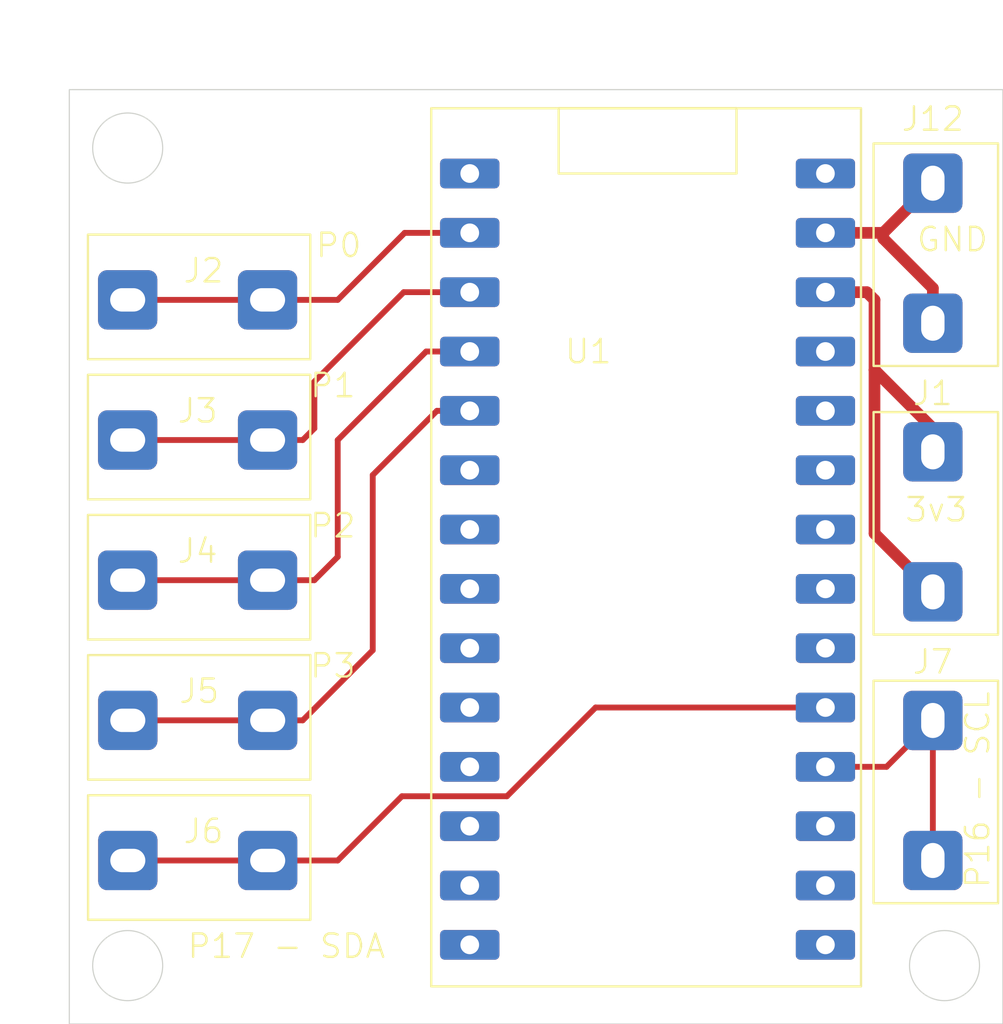
<source format=kicad_pcb>
(kicad_pcb (version 20241229) (generator "pcbnew") (generator_version "9.0")
  (layers (0 "F.Cu" signal) (2 "B.Cu" signal) (13 "F.Paste" user) (15 "B.Paste" user) (5 "F.SilkS" user "F.Silkscreen") (7 "B.SilkS" user "B.Silkscreen") (1 "F.Mask" user) (3 "B.Mask" user) (25 "Edge.Cuts" user))
  (net 0 "")
  (net 1 "Net-(J12-In)")
  (net 2 "Net-(J6-In)")
  (net 3 "Net-(J7-In)")
  (net 7 "Net-(J5-In)")
  (net 9 "Net-(J2-In)")
  (net 13 "Net-(J3-In)")
  (net 15 "Net-(J1-In)")
  (net 18 "Net-(J4-In)")
  (footprint "Teensy:Lug_Terminal" (layer "F.Cu") (at 75.2512 62.5 90)
    (property "Reference" "J3" (at 1.25 -0.2512 0) (layer "F.SilkS") (effects (font (thickness 0.1))))
    (property "Value" "~")
    (fp_rect (start -2.54 -4.953) (end 2.794 4.572) (stroke (width 0.1)) (fill no) (layer "F.SilkS"))
    (pad "1" thru_hole roundrect (at 0 -3.2512 90) (size 2.54 2.54) (drill oval 1 1.5) (layers "*.Cu" "*.Mask") (roundrect_rratio 0.15) (net 13 "Net-(J3-In)"))
    (pad "1" thru_hole roundrect (at 0 2.7432 90) (size 2.54 2.54) (drill oval 1 1.5) (layers "*.Cu" "*.Mask") (roundrect_rratio 0.15) (net 13 "Net-(J3-In)"))
  )
  (footprint "Teensy:Teensy_14pin" (layer "F.Cu") (at 91.737 58.7108)
    (property "Reference" "U1" (at 0 0 0) (layer "F.SilkS") (effects (font (thickness 0.1))))
    (property "Value" "~")
    (fp_rect (start -6.731 -10.414) (end 11.684 27.178) (stroke (width 0.1)) (fill no) (layer "F.SilkS"))
    (fp_rect (start -1.27 -10.414) (end 6.35 -7.62) (stroke (width 0.1)) (fill no) (layer "F.SilkS"))
    (pad "1" thru_hole roundrect (at -5.08 -7.62) (size 2.54 1.27) (drill 0.8) (layers "*.Cu" "*.Mask") (roundrect_rratio 0.15))
    (pad "2" thru_hole roundrect (at -5.08 -5.08) (size 2.54 1.27) (drill 0.8) (layers "*.Cu" "*.Mask") (roundrect_rratio 0.15) (net 9 "Net-(J2-In)"))
    (pad "3" thru_hole roundrect (at -5.08 -2.54) (size 2.54 1.27) (drill 0.8) (layers "*.Cu" "*.Mask") (roundrect_rratio 0.15) (net 13 "Net-(J3-In)"))
    (pad "4" thru_hole roundrect (at -5.08 0) (size 2.54 1.27) (drill 0.8) (layers "*.Cu" "*.Mask") (roundrect_rratio 0.15) (net 18 "Net-(J4-In)"))
    (pad "5" thru_hole roundrect (at -5.08 2.54) (size 2.54 1.27) (drill 0.8) (layers "*.Cu" "*.Mask") (roundrect_rratio 0.15) (net 7 "Net-(J5-In)"))
    (pad "6" thru_hole roundrect (at -5.08 5.08) (size 2.54 1.27) (drill 0.8) (layers "*.Cu" "*.Mask") (roundrect_rratio 0.15))
    (pad "7" thru_hole roundrect (at -5.08 7.62) (size 2.54 1.27) (drill 0.8) (layers "*.Cu" "*.Mask") (roundrect_rratio 0.15))
    (pad "8" thru_hole roundrect (at -5.08 10.16) (size 2.54 1.27) (drill 0.8) (layers "*.Cu" "*.Mask") (roundrect_rratio 0.15))
    (pad "9" thru_hole roundrect (at -5.08 12.7) (size 2.54 1.27) (drill 0.8) (layers "*.Cu" "*.Mask") (roundrect_rratio 0.15))
    (pad "10" thru_hole roundrect (at -5.08 15.24) (size 2.54 1.27) (drill 0.8) (layers "*.Cu" "*.Mask") (roundrect_rratio 0.15))
    (pad "11" thru_hole roundrect (at -5.08 17.78) (size 2.54 1.27) (drill 0.8) (layers "*.Cu" "*.Mask") (roundrect_rratio 0.15))
    (pad "12" thru_hole roundrect (at -5.08 20.32) (size 2.54 1.27) (drill 0.8) (layers "*.Cu" "*.Mask") (roundrect_rratio 0.15))
    (pad "13" thru_hole roundrect (at -5.08 22.86) (size 2.54 1.27) (drill 0.8) (layers "*.Cu" "*.Mask") (roundrect_rratio 0.15))
    (pad "14" thru_hole roundrect (at -5.08 25.4) (size 2.54 1.27) (drill 0.8) (layers "*.Cu" "*.Mask") (roundrect_rratio 0.15))
    (pad "15" thru_hole roundrect (at 10.16 25.4) (size 2.54 1.27) (drill 0.8) (layers "*.Cu" "*.Mask") (roundrect_rratio 0.15))
    (pad "16" thru_hole roundrect (at 10.16 22.86) (size 2.54 1.27) (drill 0.8) (layers "*.Cu" "*.Mask") (roundrect_rratio 0.15))
    (pad "17" thru_hole roundrect (at 10.16 20.32) (size 2.54 1.27) (drill 0.8) (layers "*.Cu" "*.Mask") (roundrect_rratio 0.15))
    (pad "18" thru_hole roundrect (at 10.16 17.78) (size 2.54 1.27) (drill 0.8) (layers "*.Cu" "*.Mask") (roundrect_rratio 0.15) (net 3 "Net-(J7-In)"))
    (pad "19" thru_hole roundrect (at 10.16 15.24) (size 2.54 1.27) (drill 0.8) (layers "*.Cu" "*.Mask") (roundrect_rratio 0.15) (net 2 "Net-(J6-In)"))
    (pad "20" thru_hole roundrect (at 10.16 12.7) (size 2.54 1.27) (drill 0.8) (layers "*.Cu" "*.Mask") (roundrect_rratio 0.15))
    (pad "21" thru_hole roundrect (at 10.16 10.16) (size 2.54 1.27) (drill 0.8) (layers "*.Cu" "*.Mask") (roundrect_rratio 0.15))
    (pad "22" thru_hole roundrect (at 10.16 7.62) (size 2.54 1.27) (drill 0.8) (layers "*.Cu" "*.Mask") (roundrect_rratio 0.15))
    (pad "23" thru_hole roundrect (at 10.16 5.08) (size 2.54 1.27) (drill 0.8) (layers "*.Cu" "*.Mask") (roundrect_rratio 0.15))
    (pad "24" thru_hole roundrect (at 10.16 2.54) (size 2.54 1.27) (drill 0.8) (layers "*.Cu" "*.Mask") (roundrect_rratio 0.15))
    (pad "25" thru_hole roundrect (at 10.16 0) (size 2.54 1.27) (drill 0.8) (layers "*.Cu" "*.Mask") (roundrect_rratio 0.15))
    (pad "26" thru_hole roundrect (at 10.16 -2.54) (size 2.54 1.27) (drill 0.8) (layers "*.Cu" "*.Mask") (roundrect_rratio 0.15) (net 15 "Net-(J1-In)"))
    (pad "27" thru_hole roundrect (at 10.16 -5.08) (size 2.54 1.27) (drill 0.8) (layers "*.Cu" "*.Mask") (roundrect_rratio 0.15) (net 1 "Net-(J12-In)"))
    (pad "28" thru_hole roundrect (at 10.16 -7.62) (size 2.54 1.27) (drill 0.8) (layers "*.Cu" "*.Mask") (roundrect_rratio 0.15))
  )
  (footprint "Teensy:Lug_Terminal" (layer "F.Cu") (at 75.2568 80.5 90)
    (property "Reference" "J6" (at 1.25 -0.0068 0) (layer "F.SilkS") (effects (font (thickness 0.1))))
    (property "Value" "~")
    (fp_rect (start -2.54 -4.953) (end 2.794 4.572) (stroke (width 0.1)) (fill no) (layer "F.SilkS"))
    (pad "1" thru_hole roundrect (at 0 -3.2512 90) (size 2.54 2.54) (drill oval 1 1.5) (layers "*.Cu" "*.Mask") (roundrect_rratio 0.15) (net 2 "Net-(J6-In)"))
    (pad "1" thru_hole roundrect (at 0 2.7432 90) (size 2.54 2.54) (drill oval 1 1.5) (layers "*.Cu" "*.Mask") (roundrect_rratio 0.15) (net 2 "Net-(J6-In)"))
  )
  (footprint "Teensy:Lug_Terminal" (layer "F.Cu") (at 75.2512 56.5 90)
    (property "Reference" "J2" (at 1.25 -0.0012 0) (layer "F.SilkS") (effects (font (thickness 0.1))))
    (property "Value" "~")
    (fp_rect (start -2.54 -4.953) (end 2.794 4.572) (stroke (width 0.1)) (fill no) (layer "F.SilkS"))
    (pad "1" thru_hole roundrect (at 0 -3.2512 90) (size 2.54 2.54) (drill oval 1 1.5) (layers "*.Cu" "*.Mask") (roundrect_rratio 0.15) (net 9 "Net-(J2-In)"))
    (pad "1" thru_hole roundrect (at 0 2.7432 90) (size 2.54 2.54) (drill oval 1 1.5) (layers "*.Cu" "*.Mask") (roundrect_rratio 0.15) (net 9 "Net-(J2-In)"))
  )
  (footprint "Teensy:Lug_Terminal" (layer "F.Cu") (at 106.5 66.2568)
    (property "Reference" "J1" (at 0 -5.7568 0) (layer "F.SilkS") (effects (font (thickness 0.1))))
    (property "Value" "~")
    (fp_rect (start -2.54 -4.953) (end 2.794 4.572) (stroke (width 0.1)) (fill no) (layer "F.SilkS"))
    (pad "1" thru_hole roundrect (at 0 -3.2512) (size 2.54 2.54) (drill oval 1 1.5) (layers "*.Cu" "*.Mask") (roundrect_rratio 0.15) (net 15 "Net-(J1-In)"))
    (pad "1" thru_hole roundrect (at 0 2.7432) (size 2.54 2.54) (drill oval 1 1.5) (layers "*.Cu" "*.Mask") (roundrect_rratio 0.15) (net 15 "Net-(J1-In)"))
  )
  (footprint "Teensy:Lug_Terminal" (layer "F.Cu") (at 75.2568 74.5 90)
    (property "Reference" "J5" (at 1.25 -0.1905 0) (layer "F.SilkS") (effects (font (thickness 0.1))))
    (property "Value" "~")
    (fp_rect (start -2.54 -4.953) (end 2.794 4.572) (stroke (width 0.1)) (fill no) (layer "F.SilkS"))
    (pad "1" thru_hole roundrect (at 0 -3.2512 90) (size 2.54 2.54) (drill oval 1 1.5) (layers "*.Cu" "*.Mask") (roundrect_rratio 0.15) (net 7 "Net-(J5-In)"))
    (pad "1" thru_hole roundrect (at 0 2.7432 90) (size 2.54 2.54) (drill oval 1 1.5) (layers "*.Cu" "*.Mask") (roundrect_rratio 0.15) (net 7 "Net-(J5-In)"))
  )
  (footprint "Teensy:Lug_Terminal" (layer "F.Cu") (at 106.5 77.7568)
    (property "Reference" "J7" (at 0 -5.7568 0) (layer "F.SilkS") (effects (font (thickness 0.1))))
    (property "Value" "~")
    (fp_rect (start -2.54 -4.953) (end 2.794 4.572) (stroke (width 0.1)) (fill no) (layer "F.SilkS"))
    (pad "1" thru_hole roundrect (at 0 -3.2512) (size 2.54 2.54) (drill oval 1 1.5) (layers "*.Cu" "*.Mask") (roundrect_rratio 0.15) (net 3 "Net-(J7-In)"))
    (pad "1" thru_hole roundrect (at 0 2.7432) (size 2.54 2.54) (drill oval 1 1.5) (layers "*.Cu" "*.Mask") (roundrect_rratio 0.15) (net 3 "Net-(J7-In)"))
  )
  (footprint "Teensy:Lug_Terminal" (layer "F.Cu") (at 75.2512 68.5 90)
    (property "Reference" "J4" (at 1.25 -0.2512 0) (layer "F.SilkS") (effects (font (thickness 0.1))))
    (property "Value" "~")
    (fp_rect (start -2.54 -4.953) (end 2.794 4.572) (stroke (width 0.1)) (fill no) (layer "F.SilkS"))
    (pad "1" thru_hole roundrect (at 0 -3.2512 90) (size 2.54 2.54) (drill oval 1 1.5) (layers "*.Cu" "*.Mask") (roundrect_rratio 0.15) (net 18 "Net-(J4-In)"))
    (pad "1" thru_hole roundrect (at 0 2.7432 90) (size 2.54 2.54) (drill oval 1 1.5) (layers "*.Cu" "*.Mask") (roundrect_rratio 0.15) (net 18 "Net-(J4-In)"))
  )
  (footprint "Teensy:Lug_Terminal" (layer "F.Cu") (at 106.5 54.7568)
    (property "Reference" "J12" (at 0 -6 0) (layer "F.SilkS") (effects (font (thickness 0.1))))
    (property "Value" "~")
    (fp_rect (start -2.54 -4.953) (end 2.794 4.572) (stroke (width 0.1)) (fill no) (layer "F.SilkS"))
    (pad "1" thru_hole roundrect (at 0 -3.2512) (size 2.54 2.54) (drill oval 1 1.5) (layers "*.Cu" "*.Mask") (roundrect_rratio 0.15) (net 1 "Net-(J12-In)"))
    (pad "1" thru_hole roundrect (at 0 2.7432) (size 2.54 2.54) (drill oval 1 1.5) (layers "*.Cu" "*.Mask") (roundrect_rratio 0.15) (net 1 "Net-(J12-In)"))
  )
  (gr_circle (center 72 85) (end 73.5 85) (stroke (width 0.05)) (fill no) (layer "Edge.Cuts"))
  (gr_circle (center 107 85) (end 108.5 85) (stroke (width 0.05)) (fill no) (layer "Edge.Cuts"))
  (gr_rect (start 69.5 47.5) (end 109.5 87.5) (stroke (width 0.05)) (fill no) (layer "Edge.Cuts"))
  (gr_circle (center 72 50) (end 73.5 50) (stroke (width 0.05)) (fill no) (layer "Edge.Cuts"))
  (gr_text "P0" (at 80 54.75 0) (layer "F.SilkS") (effects (font (size 1 1) (thickness 0.1)) (justify left bottom)))
  (gr_text "GND" (at 105.75 54.5 0) (layer "F.SilkS") (effects (font (size 1 1) (thickness 0.1)) (justify left bottom)))
  (gr_text "P2" (at 79.75 66.75 0) (layer "F.SilkS") (effects (font (size 1 1) (thickness 0.1)) (justify left bottom)))
  (gr_text "P1" (at 79.75 60.75 0) (layer "F.SilkS") (effects (font (size 1 1) (thickness 0.1)) (justify left bottom)))
  (gr_text "3v3" (at 105.25 66.0663 0) (layer "F.SilkS") (effects (font (size 1 1) (thickness 0.1)) (justify left bottom)))
  (gr_text "P16 - SCL" (at 109 81.75 90) (layer "F.SilkS") (effects (font (size 1 1) (thickness 0.1)) (justify left bottom)))
  (gr_text "P3" (at 79.75 72.75 0) (layer "F.SilkS") (effects (font (size 1 1) (thickness 0.1)) (justify left bottom)))
  (gr_text "P17 - SDA" (at 74.5 84.75 0) (layer "F.SilkS") (effects (font (size 1 1) (thickness 0.1)) (justify left bottom)))
  (segment (start 101.897 53.6308) (end 104.3748 53.6308) (width 0.5) (layer "F.Cu") (net 1))
  (segment (start 106.5 56) (end 106.5 57.5) (width 0.5) (layer "F.Cu") (net 1))
  (segment (start 104.3748 53.8748) (end 106.5 56) (width 0.5) (layer "F.Cu") (net 1))
  (segment (start 104.3748 53.6308) (end 106.5 51.5056) (width 0.5) (layer "F.Cu") (net 1))
  (segment (start 104.3748 53.6308) (end 104.3748 53.8748) (width 0.5) (layer "F.Cu") (net 1))
  (segment (start 78 80.5) (end 81 80.5) (width 0.25) (layer "F.Cu") (net 2))
  (segment (start 83.75 77.75) (end 88.25 77.75) (width 0.25) (layer "F.Cu") (net 2))
  (segment (start 92.0492 73.9508) (end 101.897 73.9508) (width 0.25) (layer "F.Cu") (net 2))
  (segment (start 72.0056 80.5) (end 78 80.5) (width 0.25) (layer "F.Cu") (net 2))
  (segment (start 88.25 77.75) (end 92.0492 73.9508) (width 0.25) (layer "F.Cu") (net 2))
  (segment (start 81 80.5) (end 83.75 77.75) (width 0.25) (layer "F.Cu") (net 2))
  (segment (start 106.5 80.5) (end 106.5 74.5056) (width 0.25) (layer "F.Cu") (net 3))
  (segment (start 104.5148 76.4908) (end 106.5 74.5056) (width 0.25) (layer "F.Cu") (net 3))
  (segment (start 105.4292 81.5708) (end 106.5 80.5) (width 0.25) (layer "F.Cu") (net 3))
  (segment (start 101.897 76.4908) (end 104.5148 76.4908) (width 0.25) (layer "F.Cu") (net 3))
  (segment (start 85.2492 61.2508) (end 86.657 61.2508) (width 0.25) (layer "F.Cu") (net 7))
  (segment (start 79.5 74.5) (end 82.5 71.5) (width 0.25) (layer "F.Cu") (net 7))
  (segment (start 82.5 64) (end 85.2492 61.2508) (width 0.25) (layer "F.Cu") (net 7))
  (segment (start 78 74.5) (end 72.0056 74.5) (width 0.25) (layer "F.Cu") (net 7))
  (segment (start 82.5 71.5) (end 82.5 64) (width 0.25) (layer "F.Cu") (net 7))
  (segment (start 78 74.5) (end 79.5 74.5) (width 0.25) (layer "F.Cu") (net 7))
  (segment (start 83.8692 53.6308) (end 81 56.5) (width 0.25) (layer "F.Cu") (net 9))
  (segment (start 81 56.5) (end 77.9944 56.5) (width 0.25) (layer "F.Cu") (net 9))
  (segment (start 77.9944 56.5) (end 72 56.5) (width 0.25) (layer "F.Cu") (net 9))
  (segment (start 86.657 53.6308) (end 83.8692 53.6308) (width 0.25) (layer "F.Cu") (net 9))
  (segment (start 79.5 62.5) (end 77.9944 62.5) (width 0.25) (layer "F.Cu") (net 13))
  (segment (start 83.8292 56.1708) (end 80 60) (width 0.25) (layer "F.Cu") (net 13))
  (segment (start 86.657 56.1708) (end 83.8292 56.1708) (width 0.25) (layer "F.Cu") (net 13))
  (segment (start 77.9944 62.5) (end 72 62.5) (width 0.25) (layer "F.Cu") (net 13))
  (segment (start 80 60) (end 80 62) (width 0.25) (layer "F.Cu") (net 13))
  (segment (start 80 62) (end 79.5 62.5) (width 0.25) (layer "F.Cu") (net 13))
  (segment (start 104 59.5) (end 104 66.5) (width 0.5) (layer "F.Cu") (net 15))
  (segment (start 106.5 63.0056) (end 106.5 62) (width 0.5) (layer "F.Cu") (net 15))
  (segment (start 104 66.5) (end 106.5 69) (width 0.5) (layer "F.Cu") (net 15))
  (segment (start 106.5 62) (end 104 59.5) (width 0.5) (layer "F.Cu") (net 15))
  (segment (start 101.897 56.1708) (end 103.6708 56.1708) (width 0.5) (layer "F.Cu") (net 15))
  (segment (start 103.6708 56.1708) (end 104 56.5) (width 0.5) (layer "F.Cu") (net 15))
  (segment (start 104 56.5) (end 104 59.5) (width 0.5) (layer "F.Cu") (net 15))
  (segment (start 72 68.5) (end 77.9944 68.5) (width 0.25) (layer "F.Cu") (net 18))
  (segment (start 80 68.5) (end 81 67.5) (width 0.25) (layer "F.Cu") (net 18))
  (segment (start 77.9944 68.5) (end 80 68.5) (width 0.25) (layer "F.Cu") (net 18))
  (segment (start 84.7892 58.7108) (end 86.657 58.7108) (width 0.25) (layer "F.Cu") (net 18))
  (segment (start 81 67.5) (end 81 62.5) (width 0.25) (layer "F.Cu") (net 18))
  (segment (start 81 62.5) (end 84.7892 58.7108) (width 0.25) (layer "F.Cu") (net 18))
)
</source>
